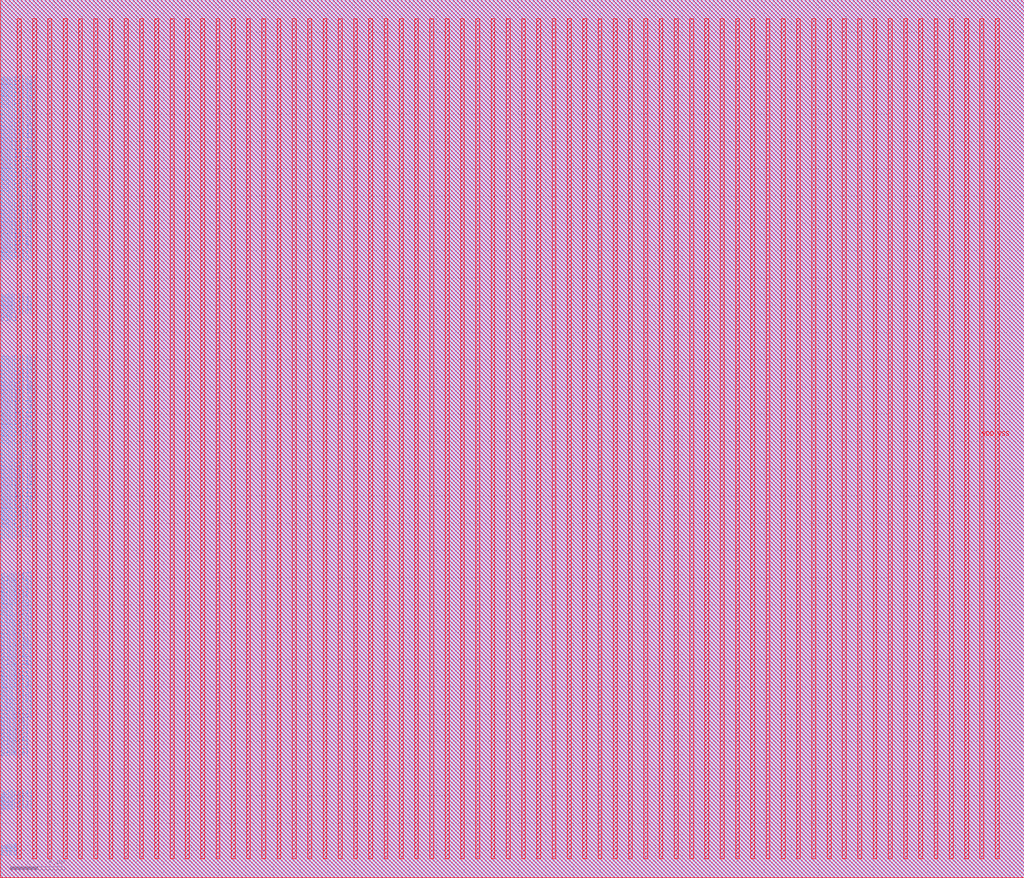
<source format=lef>
VERSION 5.7 ;
BUSBITCHARS "[]" ;
MACRO liteeth_48x32_sram
  FOREIGN liteeth_48x32_sram 0 0 ;
  SYMMETRY X Y R90 ;
  SIZE 75.050 BY 64.400 ;
  CLASS BLOCK ;
  PIN clk0
    DIRECTION INPUT ;
    USE SIGNAL ;
    SHAPE ABUTMENT ;
    PORT
      LAYER metal3 ;
      RECT 0.000 1.365 0.070 1.435 ;
    END
  END clk0
  PIN csb0
    DIRECTION INPUT ;
    USE SIGNAL ;
    SHAPE ABUTMENT ;
    PORT
      LAYER metal3 ;
      RECT 0.000 1.645 0.070 1.715 ;
    END
  END csb0
  PIN web0
    DIRECTION INPUT ;
    USE SIGNAL ;
    SHAPE ABUTMENT ;
    PORT
      LAYER metal3 ;
      RECT 0.000 1.925 0.070 1.995 ;
    END
  END web0
  PIN addr0[0]
    DIRECTION INPUT ;
    USE SIGNAL ;
    SHAPE ABUTMENT ;
    PORT
      LAYER metal3 ;
      RECT 0.000 4.725 0.070 4.795 ;
    END
  END addr0[0]
  PIN addr0[1]
    DIRECTION INPUT ;
    USE SIGNAL ;
    SHAPE ABUTMENT ;
    PORT
      LAYER metal3 ;
      RECT 0.000 5.005 0.070 5.075 ;
    END
  END addr0[1]
  PIN addr0[2]
    DIRECTION INPUT ;
    USE SIGNAL ;
    SHAPE ABUTMENT ;
    PORT
      LAYER metal3 ;
      RECT 0.000 5.285 0.070 5.355 ;
    END
  END addr0[2]
  PIN addr0[3]
    DIRECTION INPUT ;
    USE SIGNAL ;
    SHAPE ABUTMENT ;
    PORT
      LAYER metal3 ;
      RECT 0.000 5.565 0.070 5.635 ;
    END
  END addr0[3]
  PIN addr0[4]
    DIRECTION INPUT ;
    USE SIGNAL ;
    SHAPE ABUTMENT ;
    PORT
      LAYER metal3 ;
      RECT 0.000 5.845 0.070 5.915 ;
    END
  END addr0[4]
  PIN din0[0]
    DIRECTION INPUT ;
    USE SIGNAL ;
    SHAPE ABUTMENT ;
    PORT
      LAYER metal3 ;
      RECT 0.000 8.645 0.070 8.715 ;
    END
  END din0[0]
  PIN din0[1]
    DIRECTION INPUT ;
    USE SIGNAL ;
    SHAPE ABUTMENT ;
    PORT
      LAYER metal3 ;
      RECT 0.000 8.925 0.070 8.995 ;
    END
  END din0[1]
  PIN din0[2]
    DIRECTION INPUT ;
    USE SIGNAL ;
    SHAPE ABUTMENT ;
    PORT
      LAYER metal3 ;
      RECT 0.000 9.205 0.070 9.275 ;
    END
  END din0[2]
  PIN din0[3]
    DIRECTION INPUT ;
    USE SIGNAL ;
    SHAPE ABUTMENT ;
    PORT
      LAYER metal3 ;
      RECT 0.000 9.485 0.070 9.555 ;
    END
  END din0[3]
  PIN din0[4]
    DIRECTION INPUT ;
    USE SIGNAL ;
    SHAPE ABUTMENT ;
    PORT
      LAYER metal3 ;
      RECT 0.000 9.765 0.070 9.835 ;
    END
  END din0[4]
  PIN din0[5]
    DIRECTION INPUT ;
    USE SIGNAL ;
    SHAPE ABUTMENT ;
    PORT
      LAYER metal3 ;
      RECT 0.000 10.045 0.070 10.115 ;
    END
  END din0[5]
  PIN din0[6]
    DIRECTION INPUT ;
    USE SIGNAL ;
    SHAPE ABUTMENT ;
    PORT
      LAYER metal3 ;
      RECT 0.000 10.325 0.070 10.395 ;
    END
  END din0[6]
  PIN din0[7]
    DIRECTION INPUT ;
    USE SIGNAL ;
    SHAPE ABUTMENT ;
    PORT
      LAYER metal3 ;
      RECT 0.000 10.605 0.070 10.675 ;
    END
  END din0[7]
  PIN din0[8]
    DIRECTION INPUT ;
    USE SIGNAL ;
    SHAPE ABUTMENT ;
    PORT
      LAYER metal3 ;
      RECT 0.000 10.885 0.070 10.955 ;
    END
  END din0[8]
  PIN din0[9]
    DIRECTION INPUT ;
    USE SIGNAL ;
    SHAPE ABUTMENT ;
    PORT
      LAYER metal3 ;
      RECT 0.000 11.165 0.070 11.235 ;
    END
  END din0[9]
  PIN din0[10]
    DIRECTION INPUT ;
    USE SIGNAL ;
    SHAPE ABUTMENT ;
    PORT
      LAYER metal3 ;
      RECT 0.000 11.445 0.070 11.515 ;
    END
  END din0[10]
  PIN din0[11]
    DIRECTION INPUT ;
    USE SIGNAL ;
    SHAPE ABUTMENT ;
    PORT
      LAYER metal3 ;
      RECT 0.000 11.725 0.070 11.795 ;
    END
  END din0[11]
  PIN din0[12]
    DIRECTION INPUT ;
    USE SIGNAL ;
    SHAPE ABUTMENT ;
    PORT
      LAYER metal3 ;
      RECT 0.000 12.005 0.070 12.075 ;
    END
  END din0[12]
  PIN din0[13]
    DIRECTION INPUT ;
    USE SIGNAL ;
    SHAPE ABUTMENT ;
    PORT
      LAYER metal3 ;
      RECT 0.000 12.285 0.070 12.355 ;
    END
  END din0[13]
  PIN din0[14]
    DIRECTION INPUT ;
    USE SIGNAL ;
    SHAPE ABUTMENT ;
    PORT
      LAYER metal3 ;
      RECT 0.000 12.565 0.070 12.635 ;
    END
  END din0[14]
  PIN din0[15]
    DIRECTION INPUT ;
    USE SIGNAL ;
    SHAPE ABUTMENT ;
    PORT
      LAYER metal3 ;
      RECT 0.000 12.845 0.070 12.915 ;
    END
  END din0[15]
  PIN din0[16]
    DIRECTION INPUT ;
    USE SIGNAL ;
    SHAPE ABUTMENT ;
    PORT
      LAYER metal3 ;
      RECT 0.000 13.125 0.070 13.195 ;
    END
  END din0[16]
  PIN din0[17]
    DIRECTION INPUT ;
    USE SIGNAL ;
    SHAPE ABUTMENT ;
    PORT
      LAYER metal3 ;
      RECT 0.000 13.405 0.070 13.475 ;
    END
  END din0[17]
  PIN din0[18]
    DIRECTION INPUT ;
    USE SIGNAL ;
    SHAPE ABUTMENT ;
    PORT
      LAYER metal3 ;
      RECT 0.000 13.685 0.070 13.755 ;
    END
  END din0[18]
  PIN din0[19]
    DIRECTION INPUT ;
    USE SIGNAL ;
    SHAPE ABUTMENT ;
    PORT
      LAYER metal3 ;
      RECT 0.000 13.965 0.070 14.035 ;
    END
  END din0[19]
  PIN din0[20]
    DIRECTION INPUT ;
    USE SIGNAL ;
    SHAPE ABUTMENT ;
    PORT
      LAYER metal3 ;
      RECT 0.000 14.245 0.070 14.315 ;
    END
  END din0[20]
  PIN din0[21]
    DIRECTION INPUT ;
    USE SIGNAL ;
    SHAPE ABUTMENT ;
    PORT
      LAYER metal3 ;
      RECT 0.000 14.525 0.070 14.595 ;
    END
  END din0[21]
  PIN din0[22]
    DIRECTION INPUT ;
    USE SIGNAL ;
    SHAPE ABUTMENT ;
    PORT
      LAYER metal3 ;
      RECT 0.000 14.805 0.070 14.875 ;
    END
  END din0[22]
  PIN din0[23]
    DIRECTION INPUT ;
    USE SIGNAL ;
    SHAPE ABUTMENT ;
    PORT
      LAYER metal3 ;
      RECT 0.000 15.085 0.070 15.155 ;
    END
  END din0[23]
  PIN din0[24]
    DIRECTION INPUT ;
    USE SIGNAL ;
    SHAPE ABUTMENT ;
    PORT
      LAYER metal3 ;
      RECT 0.000 15.365 0.070 15.435 ;
    END
  END din0[24]
  PIN din0[25]
    DIRECTION INPUT ;
    USE SIGNAL ;
    SHAPE ABUTMENT ;
    PORT
      LAYER metal3 ;
      RECT 0.000 15.645 0.070 15.715 ;
    END
  END din0[25]
  PIN din0[26]
    DIRECTION INPUT ;
    USE SIGNAL ;
    SHAPE ABUTMENT ;
    PORT
      LAYER metal3 ;
      RECT 0.000 15.925 0.070 15.995 ;
    END
  END din0[26]
  PIN din0[27]
    DIRECTION INPUT ;
    USE SIGNAL ;
    SHAPE ABUTMENT ;
    PORT
      LAYER metal3 ;
      RECT 0.000 16.205 0.070 16.275 ;
    END
  END din0[27]
  PIN din0[28]
    DIRECTION INPUT ;
    USE SIGNAL ;
    SHAPE ABUTMENT ;
    PORT
      LAYER metal3 ;
      RECT 0.000 16.485 0.070 16.555 ;
    END
  END din0[28]
  PIN din0[29]
    DIRECTION INPUT ;
    USE SIGNAL ;
    SHAPE ABUTMENT ;
    PORT
      LAYER metal3 ;
      RECT 0.000 16.765 0.070 16.835 ;
    END
  END din0[29]
  PIN din0[30]
    DIRECTION INPUT ;
    USE SIGNAL ;
    SHAPE ABUTMENT ;
    PORT
      LAYER metal3 ;
      RECT 0.000 17.045 0.070 17.115 ;
    END
  END din0[30]
  PIN din0[31]
    DIRECTION INPUT ;
    USE SIGNAL ;
    SHAPE ABUTMENT ;
    PORT
      LAYER metal3 ;
      RECT 0.000 17.325 0.070 17.395 ;
    END
  END din0[31]
  PIN din0[32]
    DIRECTION INPUT ;
    USE SIGNAL ;
    SHAPE ABUTMENT ;
    PORT
      LAYER metal3 ;
      RECT 0.000 17.605 0.070 17.675 ;
    END
  END din0[32]
  PIN din0[33]
    DIRECTION INPUT ;
    USE SIGNAL ;
    SHAPE ABUTMENT ;
    PORT
      LAYER metal3 ;
      RECT 0.000 17.885 0.070 17.955 ;
    END
  END din0[33]
  PIN din0[34]
    DIRECTION INPUT ;
    USE SIGNAL ;
    SHAPE ABUTMENT ;
    PORT
      LAYER metal3 ;
      RECT 0.000 18.165 0.070 18.235 ;
    END
  END din0[34]
  PIN din0[35]
    DIRECTION INPUT ;
    USE SIGNAL ;
    SHAPE ABUTMENT ;
    PORT
      LAYER metal3 ;
      RECT 0.000 18.445 0.070 18.515 ;
    END
  END din0[35]
  PIN din0[36]
    DIRECTION INPUT ;
    USE SIGNAL ;
    SHAPE ABUTMENT ;
    PORT
      LAYER metal3 ;
      RECT 0.000 18.725 0.070 18.795 ;
    END
  END din0[36]
  PIN din0[37]
    DIRECTION INPUT ;
    USE SIGNAL ;
    SHAPE ABUTMENT ;
    PORT
      LAYER metal3 ;
      RECT 0.000 19.005 0.070 19.075 ;
    END
  END din0[37]
  PIN din0[38]
    DIRECTION INPUT ;
    USE SIGNAL ;
    SHAPE ABUTMENT ;
    PORT
      LAYER metal3 ;
      RECT 0.000 19.285 0.070 19.355 ;
    END
  END din0[38]
  PIN din0[39]
    DIRECTION INPUT ;
    USE SIGNAL ;
    SHAPE ABUTMENT ;
    PORT
      LAYER metal3 ;
      RECT 0.000 19.565 0.070 19.635 ;
    END
  END din0[39]
  PIN din0[40]
    DIRECTION INPUT ;
    USE SIGNAL ;
    SHAPE ABUTMENT ;
    PORT
      LAYER metal3 ;
      RECT 0.000 19.845 0.070 19.915 ;
    END
  END din0[40]
  PIN din0[41]
    DIRECTION INPUT ;
    USE SIGNAL ;
    SHAPE ABUTMENT ;
    PORT
      LAYER metal3 ;
      RECT 0.000 20.125 0.070 20.195 ;
    END
  END din0[41]
  PIN din0[42]
    DIRECTION INPUT ;
    USE SIGNAL ;
    SHAPE ABUTMENT ;
    PORT
      LAYER metal3 ;
      RECT 0.000 20.405 0.070 20.475 ;
    END
  END din0[42]
  PIN din0[43]
    DIRECTION INPUT ;
    USE SIGNAL ;
    SHAPE ABUTMENT ;
    PORT
      LAYER metal3 ;
      RECT 0.000 20.685 0.070 20.755 ;
    END
  END din0[43]
  PIN din0[44]
    DIRECTION INPUT ;
    USE SIGNAL ;
    SHAPE ABUTMENT ;
    PORT
      LAYER metal3 ;
      RECT 0.000 20.965 0.070 21.035 ;
    END
  END din0[44]
  PIN din0[45]
    DIRECTION INPUT ;
    USE SIGNAL ;
    SHAPE ABUTMENT ;
    PORT
      LAYER metal3 ;
      RECT 0.000 21.245 0.070 21.315 ;
    END
  END din0[45]
  PIN din0[46]
    DIRECTION INPUT ;
    USE SIGNAL ;
    SHAPE ABUTMENT ;
    PORT
      LAYER metal3 ;
      RECT 0.000 21.525 0.070 21.595 ;
    END
  END din0[46]
  PIN din0[47]
    DIRECTION INPUT ;
    USE SIGNAL ;
    SHAPE ABUTMENT ;
    PORT
      LAYER metal3 ;
      RECT 0.000 21.805 0.070 21.875 ;
    END
  END din0[47]
  PIN dout0[0]
    DIRECTION OUTPUT ;
    USE SIGNAL ;
    SHAPE ABUTMENT ;
    PORT
      LAYER metal3 ;
      RECT 0.000 24.605 0.070 24.675 ;
    END
  END dout0[0]
  PIN dout0[1]
    DIRECTION OUTPUT ;
    USE SIGNAL ;
    SHAPE ABUTMENT ;
    PORT
      LAYER metal3 ;
      RECT 0.000 24.885 0.070 24.955 ;
    END
  END dout0[1]
  PIN dout0[2]
    DIRECTION OUTPUT ;
    USE SIGNAL ;
    SHAPE ABUTMENT ;
    PORT
      LAYER metal3 ;
      RECT 0.000 25.165 0.070 25.235 ;
    END
  END dout0[2]
  PIN dout0[3]
    DIRECTION OUTPUT ;
    USE SIGNAL ;
    SHAPE ABUTMENT ;
    PORT
      LAYER metal3 ;
      RECT 0.000 25.445 0.070 25.515 ;
    END
  END dout0[3]
  PIN dout0[4]
    DIRECTION OUTPUT ;
    USE SIGNAL ;
    SHAPE ABUTMENT ;
    PORT
      LAYER metal3 ;
      RECT 0.000 25.725 0.070 25.795 ;
    END
  END dout0[4]
  PIN dout0[5]
    DIRECTION OUTPUT ;
    USE SIGNAL ;
    SHAPE ABUTMENT ;
    PORT
      LAYER metal3 ;
      RECT 0.000 26.005 0.070 26.075 ;
    END
  END dout0[5]
  PIN dout0[6]
    DIRECTION OUTPUT ;
    USE SIGNAL ;
    SHAPE ABUTMENT ;
    PORT
      LAYER metal3 ;
      RECT 0.000 26.285 0.070 26.355 ;
    END
  END dout0[6]
  PIN dout0[7]
    DIRECTION OUTPUT ;
    USE SIGNAL ;
    SHAPE ABUTMENT ;
    PORT
      LAYER metal3 ;
      RECT 0.000 26.565 0.070 26.635 ;
    END
  END dout0[7]
  PIN dout0[8]
    DIRECTION OUTPUT ;
    USE SIGNAL ;
    SHAPE ABUTMENT ;
    PORT
      LAYER metal3 ;
      RECT 0.000 26.845 0.070 26.915 ;
    END
  END dout0[8]
  PIN dout0[9]
    DIRECTION OUTPUT ;
    USE SIGNAL ;
    SHAPE ABUTMENT ;
    PORT
      LAYER metal3 ;
      RECT 0.000 27.125 0.070 27.195 ;
    END
  END dout0[9]
  PIN dout0[10]
    DIRECTION OUTPUT ;
    USE SIGNAL ;
    SHAPE ABUTMENT ;
    PORT
      LAYER metal3 ;
      RECT 0.000 27.405 0.070 27.475 ;
    END
  END dout0[10]
  PIN dout0[11]
    DIRECTION OUTPUT ;
    USE SIGNAL ;
    SHAPE ABUTMENT ;
    PORT
      LAYER metal3 ;
      RECT 0.000 27.685 0.070 27.755 ;
    END
  END dout0[11]
  PIN dout0[12]
    DIRECTION OUTPUT ;
    USE SIGNAL ;
    SHAPE ABUTMENT ;
    PORT
      LAYER metal3 ;
      RECT 0.000 27.965 0.070 28.035 ;
    END
  END dout0[12]
  PIN dout0[13]
    DIRECTION OUTPUT ;
    USE SIGNAL ;
    SHAPE ABUTMENT ;
    PORT
      LAYER metal3 ;
      RECT 0.000 28.245 0.070 28.315 ;
    END
  END dout0[13]
  PIN dout0[14]
    DIRECTION OUTPUT ;
    USE SIGNAL ;
    SHAPE ABUTMENT ;
    PORT
      LAYER metal3 ;
      RECT 0.000 28.525 0.070 28.595 ;
    END
  END dout0[14]
  PIN dout0[15]
    DIRECTION OUTPUT ;
    USE SIGNAL ;
    SHAPE ABUTMENT ;
    PORT
      LAYER metal3 ;
      RECT 0.000 28.805 0.070 28.875 ;
    END
  END dout0[15]
  PIN dout0[16]
    DIRECTION OUTPUT ;
    USE SIGNAL ;
    SHAPE ABUTMENT ;
    PORT
      LAYER metal3 ;
      RECT 0.000 29.085 0.070 29.155 ;
    END
  END dout0[16]
  PIN dout0[17]
    DIRECTION OUTPUT ;
    USE SIGNAL ;
    SHAPE ABUTMENT ;
    PORT
      LAYER metal3 ;
      RECT 0.000 29.365 0.070 29.435 ;
    END
  END dout0[17]
  PIN dout0[18]
    DIRECTION OUTPUT ;
    USE SIGNAL ;
    SHAPE ABUTMENT ;
    PORT
      LAYER metal3 ;
      RECT 0.000 29.645 0.070 29.715 ;
    END
  END dout0[18]
  PIN dout0[19]
    DIRECTION OUTPUT ;
    USE SIGNAL ;
    SHAPE ABUTMENT ;
    PORT
      LAYER metal3 ;
      RECT 0.000 29.925 0.070 29.995 ;
    END
  END dout0[19]
  PIN dout0[20]
    DIRECTION OUTPUT ;
    USE SIGNAL ;
    SHAPE ABUTMENT ;
    PORT
      LAYER metal3 ;
      RECT 0.000 30.205 0.070 30.275 ;
    END
  END dout0[20]
  PIN dout0[21]
    DIRECTION OUTPUT ;
    USE SIGNAL ;
    SHAPE ABUTMENT ;
    PORT
      LAYER metal3 ;
      RECT 0.000 30.485 0.070 30.555 ;
    END
  END dout0[21]
  PIN dout0[22]
    DIRECTION OUTPUT ;
    USE SIGNAL ;
    SHAPE ABUTMENT ;
    PORT
      LAYER metal3 ;
      RECT 0.000 30.765 0.070 30.835 ;
    END
  END dout0[22]
  PIN dout0[23]
    DIRECTION OUTPUT ;
    USE SIGNAL ;
    SHAPE ABUTMENT ;
    PORT
      LAYER metal3 ;
      RECT 0.000 31.045 0.070 31.115 ;
    END
  END dout0[23]
  PIN dout0[24]
    DIRECTION OUTPUT ;
    USE SIGNAL ;
    SHAPE ABUTMENT ;
    PORT
      LAYER metal3 ;
      RECT 0.000 31.325 0.070 31.395 ;
    END
  END dout0[24]
  PIN dout0[25]
    DIRECTION OUTPUT ;
    USE SIGNAL ;
    SHAPE ABUTMENT ;
    PORT
      LAYER metal3 ;
      RECT 0.000 31.605 0.070 31.675 ;
    END
  END dout0[25]
  PIN dout0[26]
    DIRECTION OUTPUT ;
    USE SIGNAL ;
    SHAPE ABUTMENT ;
    PORT
      LAYER metal3 ;
      RECT 0.000 31.885 0.070 31.955 ;
    END
  END dout0[26]
  PIN dout0[27]
    DIRECTION OUTPUT ;
    USE SIGNAL ;
    SHAPE ABUTMENT ;
    PORT
      LAYER metal3 ;
      RECT 0.000 32.165 0.070 32.235 ;
    END
  END dout0[27]
  PIN dout0[28]
    DIRECTION OUTPUT ;
    USE SIGNAL ;
    SHAPE ABUTMENT ;
    PORT
      LAYER metal3 ;
      RECT 0.000 32.445 0.070 32.515 ;
    END
  END dout0[28]
  PIN dout0[29]
    DIRECTION OUTPUT ;
    USE SIGNAL ;
    SHAPE ABUTMENT ;
    PORT
      LAYER metal3 ;
      RECT 0.000 32.725 0.070 32.795 ;
    END
  END dout0[29]
  PIN dout0[30]
    DIRECTION OUTPUT ;
    USE SIGNAL ;
    SHAPE ABUTMENT ;
    PORT
      LAYER metal3 ;
      RECT 0.000 33.005 0.070 33.075 ;
    END
  END dout0[30]
  PIN dout0[31]
    DIRECTION OUTPUT ;
    USE SIGNAL ;
    SHAPE ABUTMENT ;
    PORT
      LAYER metal3 ;
      RECT 0.000 33.285 0.070 33.355 ;
    END
  END dout0[31]
  PIN dout0[32]
    DIRECTION OUTPUT ;
    USE SIGNAL ;
    SHAPE ABUTMENT ;
    PORT
      LAYER metal3 ;
      RECT 0.000 33.565 0.070 33.635 ;
    END
  END dout0[32]
  PIN dout0[33]
    DIRECTION OUTPUT ;
    USE SIGNAL ;
    SHAPE ABUTMENT ;
    PORT
      LAYER metal3 ;
      RECT 0.000 33.845 0.070 33.915 ;
    END
  END dout0[33]
  PIN dout0[34]
    DIRECTION OUTPUT ;
    USE SIGNAL ;
    SHAPE ABUTMENT ;
    PORT
      LAYER metal3 ;
      RECT 0.000 34.125 0.070 34.195 ;
    END
  END dout0[34]
  PIN dout0[35]
    DIRECTION OUTPUT ;
    USE SIGNAL ;
    SHAPE ABUTMENT ;
    PORT
      LAYER metal3 ;
      RECT 0.000 34.405 0.070 34.475 ;
    END
  END dout0[35]
  PIN dout0[36]
    DIRECTION OUTPUT ;
    USE SIGNAL ;
    SHAPE ABUTMENT ;
    PORT
      LAYER metal3 ;
      RECT 0.000 34.685 0.070 34.755 ;
    END
  END dout0[36]
  PIN dout0[37]
    DIRECTION OUTPUT ;
    USE SIGNAL ;
    SHAPE ABUTMENT ;
    PORT
      LAYER metal3 ;
      RECT 0.000 34.965 0.070 35.035 ;
    END
  END dout0[37]
  PIN dout0[38]
    DIRECTION OUTPUT ;
    USE SIGNAL ;
    SHAPE ABUTMENT ;
    PORT
      LAYER metal3 ;
      RECT 0.000 35.245 0.070 35.315 ;
    END
  END dout0[38]
  PIN dout0[39]
    DIRECTION OUTPUT ;
    USE SIGNAL ;
    SHAPE ABUTMENT ;
    PORT
      LAYER metal3 ;
      RECT 0.000 35.525 0.070 35.595 ;
    END
  END dout0[39]
  PIN dout0[40]
    DIRECTION OUTPUT ;
    USE SIGNAL ;
    SHAPE ABUTMENT ;
    PORT
      LAYER metal3 ;
      RECT 0.000 35.805 0.070 35.875 ;
    END
  END dout0[40]
  PIN dout0[41]
    DIRECTION OUTPUT ;
    USE SIGNAL ;
    SHAPE ABUTMENT ;
    PORT
      LAYER metal3 ;
      RECT 0.000 36.085 0.070 36.155 ;
    END
  END dout0[41]
  PIN dout0[42]
    DIRECTION OUTPUT ;
    USE SIGNAL ;
    SHAPE ABUTMENT ;
    PORT
      LAYER metal3 ;
      RECT 0.000 36.365 0.070 36.435 ;
    END
  END dout0[42]
  PIN dout0[43]
    DIRECTION OUTPUT ;
    USE SIGNAL ;
    SHAPE ABUTMENT ;
    PORT
      LAYER metal3 ;
      RECT 0.000 36.645 0.070 36.715 ;
    END
  END dout0[43]
  PIN dout0[44]
    DIRECTION OUTPUT ;
    USE SIGNAL ;
    SHAPE ABUTMENT ;
    PORT
      LAYER metal3 ;
      RECT 0.000 36.925 0.070 36.995 ;
    END
  END dout0[44]
  PIN dout0[45]
    DIRECTION OUTPUT ;
    USE SIGNAL ;
    SHAPE ABUTMENT ;
    PORT
      LAYER metal3 ;
      RECT 0.000 37.205 0.070 37.275 ;
    END
  END dout0[45]
  PIN dout0[46]
    DIRECTION OUTPUT ;
    USE SIGNAL ;
    SHAPE ABUTMENT ;
    PORT
      LAYER metal3 ;
      RECT 0.000 37.485 0.070 37.555 ;
    END
  END dout0[46]
  PIN dout0[47]
    DIRECTION OUTPUT ;
    USE SIGNAL ;
    SHAPE ABUTMENT ;
    PORT
      LAYER metal3 ;
      RECT 0.000 37.765 0.070 37.835 ;
    END
  END dout0[47]
  PIN clk1
    DIRECTION INPUT ;
    USE SIGNAL ;
    SHAPE ABUTMENT ;
    PORT
      LAYER metal3 ;
      RECT 0.000 40.565 0.070 40.635 ;
    END
  END clk1
  PIN csb1
    DIRECTION INPUT ;
    USE SIGNAL ;
    SHAPE ABUTMENT ;
    PORT
      LAYER metal3 ;
      RECT 0.000 40.845 0.070 40.915 ;
    END
  END csb1
  PIN addr1[0]
    DIRECTION INPUT ;
    USE SIGNAL ;
    SHAPE ABUTMENT ;
    PORT
      LAYER metal3 ;
      RECT 0.000 41.125 0.070 41.195 ;
    END
  END addr1[0]
  PIN addr1[1]
    DIRECTION INPUT ;
    USE SIGNAL ;
    SHAPE ABUTMENT ;
    PORT
      LAYER metal3 ;
      RECT 0.000 41.405 0.070 41.475 ;
    END
  END addr1[1]
  PIN addr1[2]
    DIRECTION INPUT ;
    USE SIGNAL ;
    SHAPE ABUTMENT ;
    PORT
      LAYER metal3 ;
      RECT 0.000 41.685 0.070 41.755 ;
    END
  END addr1[2]
  PIN addr1[3]
    DIRECTION INPUT ;
    USE SIGNAL ;
    SHAPE ABUTMENT ;
    PORT
      LAYER metal3 ;
      RECT 0.000 41.965 0.070 42.035 ;
    END
  END addr1[3]
  PIN addr1[4]
    DIRECTION INPUT ;
    USE SIGNAL ;
    SHAPE ABUTMENT ;
    PORT
      LAYER metal3 ;
      RECT 0.000 42.245 0.070 42.315 ;
    END
  END addr1[4]
  PIN dout1[0]
    DIRECTION OUTPUT ;
    USE SIGNAL ;
    SHAPE ABUTMENT ;
    PORT
      LAYER metal3 ;
      RECT 0.000 45.045 0.070 45.115 ;
    END
  END dout1[0]
  PIN dout1[1]
    DIRECTION OUTPUT ;
    USE SIGNAL ;
    SHAPE ABUTMENT ;
    PORT
      LAYER metal3 ;
      RECT 0.000 45.325 0.070 45.395 ;
    END
  END dout1[1]
  PIN dout1[2]
    DIRECTION OUTPUT ;
    USE SIGNAL ;
    SHAPE ABUTMENT ;
    PORT
      LAYER metal3 ;
      RECT 0.000 45.605 0.070 45.675 ;
    END
  END dout1[2]
  PIN dout1[3]
    DIRECTION OUTPUT ;
    USE SIGNAL ;
    SHAPE ABUTMENT ;
    PORT
      LAYER metal3 ;
      RECT 0.000 45.885 0.070 45.955 ;
    END
  END dout1[3]
  PIN dout1[4]
    DIRECTION OUTPUT ;
    USE SIGNAL ;
    SHAPE ABUTMENT ;
    PORT
      LAYER metal3 ;
      RECT 0.000 46.165 0.070 46.235 ;
    END
  END dout1[4]
  PIN dout1[5]
    DIRECTION OUTPUT ;
    USE SIGNAL ;
    SHAPE ABUTMENT ;
    PORT
      LAYER metal3 ;
      RECT 0.000 46.445 0.070 46.515 ;
    END
  END dout1[5]
  PIN dout1[6]
    DIRECTION OUTPUT ;
    USE SIGNAL ;
    SHAPE ABUTMENT ;
    PORT
      LAYER metal3 ;
      RECT 0.000 46.725 0.070 46.795 ;
    END
  END dout1[6]
  PIN dout1[7]
    DIRECTION OUTPUT ;
    USE SIGNAL ;
    SHAPE ABUTMENT ;
    PORT
      LAYER metal3 ;
      RECT 0.000 47.005 0.070 47.075 ;
    END
  END dout1[7]
  PIN dout1[8]
    DIRECTION OUTPUT ;
    USE SIGNAL ;
    SHAPE ABUTMENT ;
    PORT
      LAYER metal3 ;
      RECT 0.000 47.285 0.070 47.355 ;
    END
  END dout1[8]
  PIN dout1[9]
    DIRECTION OUTPUT ;
    USE SIGNAL ;
    SHAPE ABUTMENT ;
    PORT
      LAYER metal3 ;
      RECT 0.000 47.565 0.070 47.635 ;
    END
  END dout1[9]
  PIN dout1[10]
    DIRECTION OUTPUT ;
    USE SIGNAL ;
    SHAPE ABUTMENT ;
    PORT
      LAYER metal3 ;
      RECT 0.000 47.845 0.070 47.915 ;
    END
  END dout1[10]
  PIN dout1[11]
    DIRECTION OUTPUT ;
    USE SIGNAL ;
    SHAPE ABUTMENT ;
    PORT
      LAYER metal3 ;
      RECT 0.000 48.125 0.070 48.195 ;
    END
  END dout1[11]
  PIN dout1[12]
    DIRECTION OUTPUT ;
    USE SIGNAL ;
    SHAPE ABUTMENT ;
    PORT
      LAYER metal3 ;
      RECT 0.000 48.405 0.070 48.475 ;
    END
  END dout1[12]
  PIN dout1[13]
    DIRECTION OUTPUT ;
    USE SIGNAL ;
    SHAPE ABUTMENT ;
    PORT
      LAYER metal3 ;
      RECT 0.000 48.685 0.070 48.755 ;
    END
  END dout1[13]
  PIN dout1[14]
    DIRECTION OUTPUT ;
    USE SIGNAL ;
    SHAPE ABUTMENT ;
    PORT
      LAYER metal3 ;
      RECT 0.000 48.965 0.070 49.035 ;
    END
  END dout1[14]
  PIN dout1[15]
    DIRECTION OUTPUT ;
    USE SIGNAL ;
    SHAPE ABUTMENT ;
    PORT
      LAYER metal3 ;
      RECT 0.000 49.245 0.070 49.315 ;
    END
  END dout1[15]
  PIN dout1[16]
    DIRECTION OUTPUT ;
    USE SIGNAL ;
    SHAPE ABUTMENT ;
    PORT
      LAYER metal3 ;
      RECT 0.000 49.525 0.070 49.595 ;
    END
  END dout1[16]
  PIN dout1[17]
    DIRECTION OUTPUT ;
    USE SIGNAL ;
    SHAPE ABUTMENT ;
    PORT
      LAYER metal3 ;
      RECT 0.000 49.805 0.070 49.875 ;
    END
  END dout1[17]
  PIN dout1[18]
    DIRECTION OUTPUT ;
    USE SIGNAL ;
    SHAPE ABUTMENT ;
    PORT
      LAYER metal3 ;
      RECT 0.000 50.085 0.070 50.155 ;
    END
  END dout1[18]
  PIN dout1[19]
    DIRECTION OUTPUT ;
    USE SIGNAL ;
    SHAPE ABUTMENT ;
    PORT
      LAYER metal3 ;
      RECT 0.000 50.365 0.070 50.435 ;
    END
  END dout1[19]
  PIN dout1[20]
    DIRECTION OUTPUT ;
    USE SIGNAL ;
    SHAPE ABUTMENT ;
    PORT
      LAYER metal3 ;
      RECT 0.000 50.645 0.070 50.715 ;
    END
  END dout1[20]
  PIN dout1[21]
    DIRECTION OUTPUT ;
    USE SIGNAL ;
    SHAPE ABUTMENT ;
    PORT
      LAYER metal3 ;
      RECT 0.000 50.925 0.070 50.995 ;
    END
  END dout1[21]
  PIN dout1[22]
    DIRECTION OUTPUT ;
    USE SIGNAL ;
    SHAPE ABUTMENT ;
    PORT
      LAYER metal3 ;
      RECT 0.000 51.205 0.070 51.275 ;
    END
  END dout1[22]
  PIN dout1[23]
    DIRECTION OUTPUT ;
    USE SIGNAL ;
    SHAPE ABUTMENT ;
    PORT
      LAYER metal3 ;
      RECT 0.000 51.485 0.070 51.555 ;
    END
  END dout1[23]
  PIN dout1[24]
    DIRECTION OUTPUT ;
    USE SIGNAL ;
    SHAPE ABUTMENT ;
    PORT
      LAYER metal3 ;
      RECT 0.000 51.765 0.070 51.835 ;
    END
  END dout1[24]
  PIN dout1[25]
    DIRECTION OUTPUT ;
    USE SIGNAL ;
    SHAPE ABUTMENT ;
    PORT
      LAYER metal3 ;
      RECT 0.000 52.045 0.070 52.115 ;
    END
  END dout1[25]
  PIN dout1[26]
    DIRECTION OUTPUT ;
    USE SIGNAL ;
    SHAPE ABUTMENT ;
    PORT
      LAYER metal3 ;
      RECT 0.000 52.325 0.070 52.395 ;
    END
  END dout1[26]
  PIN dout1[27]
    DIRECTION OUTPUT ;
    USE SIGNAL ;
    SHAPE ABUTMENT ;
    PORT
      LAYER metal3 ;
      RECT 0.000 52.605 0.070 52.675 ;
    END
  END dout1[27]
  PIN dout1[28]
    DIRECTION OUTPUT ;
    USE SIGNAL ;
    SHAPE ABUTMENT ;
    PORT
      LAYER metal3 ;
      RECT 0.000 52.885 0.070 52.955 ;
    END
  END dout1[28]
  PIN dout1[29]
    DIRECTION OUTPUT ;
    USE SIGNAL ;
    SHAPE ABUTMENT ;
    PORT
      LAYER metal3 ;
      RECT 0.000 53.165 0.070 53.235 ;
    END
  END dout1[29]
  PIN dout1[30]
    DIRECTION OUTPUT ;
    USE SIGNAL ;
    SHAPE ABUTMENT ;
    PORT
      LAYER metal3 ;
      RECT 0.000 53.445 0.070 53.515 ;
    END
  END dout1[30]
  PIN dout1[31]
    DIRECTION OUTPUT ;
    USE SIGNAL ;
    SHAPE ABUTMENT ;
    PORT
      LAYER metal3 ;
      RECT 0.000 53.725 0.070 53.795 ;
    END
  END dout1[31]
  PIN dout1[32]
    DIRECTION OUTPUT ;
    USE SIGNAL ;
    SHAPE ABUTMENT ;
    PORT
      LAYER metal3 ;
      RECT 0.000 54.005 0.070 54.075 ;
    END
  END dout1[32]
  PIN dout1[33]
    DIRECTION OUTPUT ;
    USE SIGNAL ;
    SHAPE ABUTMENT ;
    PORT
      LAYER metal3 ;
      RECT 0.000 54.285 0.070 54.355 ;
    END
  END dout1[33]
  PIN dout1[34]
    DIRECTION OUTPUT ;
    USE SIGNAL ;
    SHAPE ABUTMENT ;
    PORT
      LAYER metal3 ;
      RECT 0.000 54.565 0.070 54.635 ;
    END
  END dout1[34]
  PIN dout1[35]
    DIRECTION OUTPUT ;
    USE SIGNAL ;
    SHAPE ABUTMENT ;
    PORT
      LAYER metal3 ;
      RECT 0.000 54.845 0.070 54.915 ;
    END
  END dout1[35]
  PIN dout1[36]
    DIRECTION OUTPUT ;
    USE SIGNAL ;
    SHAPE ABUTMENT ;
    PORT
      LAYER metal3 ;
      RECT 0.000 55.125 0.070 55.195 ;
    END
  END dout1[36]
  PIN dout1[37]
    DIRECTION OUTPUT ;
    USE SIGNAL ;
    SHAPE ABUTMENT ;
    PORT
      LAYER metal3 ;
      RECT 0.000 55.405 0.070 55.475 ;
    END
  END dout1[37]
  PIN dout1[38]
    DIRECTION OUTPUT ;
    USE SIGNAL ;
    SHAPE ABUTMENT ;
    PORT
      LAYER metal3 ;
      RECT 0.000 55.685 0.070 55.755 ;
    END
  END dout1[38]
  PIN dout1[39]
    DIRECTION OUTPUT ;
    USE SIGNAL ;
    SHAPE ABUTMENT ;
    PORT
      LAYER metal3 ;
      RECT 0.000 55.965 0.070 56.035 ;
    END
  END dout1[39]
  PIN dout1[40]
    DIRECTION OUTPUT ;
    USE SIGNAL ;
    SHAPE ABUTMENT ;
    PORT
      LAYER metal3 ;
      RECT 0.000 56.245 0.070 56.315 ;
    END
  END dout1[40]
  PIN dout1[41]
    DIRECTION OUTPUT ;
    USE SIGNAL ;
    SHAPE ABUTMENT ;
    PORT
      LAYER metal3 ;
      RECT 0.000 56.525 0.070 56.595 ;
    END
  END dout1[41]
  PIN dout1[42]
    DIRECTION OUTPUT ;
    USE SIGNAL ;
    SHAPE ABUTMENT ;
    PORT
      LAYER metal3 ;
      RECT 0.000 56.805 0.070 56.875 ;
    END
  END dout1[42]
  PIN dout1[43]
    DIRECTION OUTPUT ;
    USE SIGNAL ;
    SHAPE ABUTMENT ;
    PORT
      LAYER metal3 ;
      RECT 0.000 57.085 0.070 57.155 ;
    END
  END dout1[43]
  PIN dout1[44]
    DIRECTION OUTPUT ;
    USE SIGNAL ;
    SHAPE ABUTMENT ;
    PORT
      LAYER metal3 ;
      RECT 0.000 57.365 0.070 57.435 ;
    END
  END dout1[44]
  PIN dout1[45]
    DIRECTION OUTPUT ;
    USE SIGNAL ;
    SHAPE ABUTMENT ;
    PORT
      LAYER metal3 ;
      RECT 0.000 57.645 0.070 57.715 ;
    END
  END dout1[45]
  PIN dout1[46]
    DIRECTION OUTPUT ;
    USE SIGNAL ;
    SHAPE ABUTMENT ;
    PORT
      LAYER metal3 ;
      RECT 0.000 57.925 0.070 57.995 ;
    END
  END dout1[46]
  PIN dout1[47]
    DIRECTION OUTPUT ;
    USE SIGNAL ;
    SHAPE ABUTMENT ;
    PORT
      LAYER metal3 ;
      RECT 0.000 58.205 0.070 58.275 ;
    END
  END dout1[47]
  PIN VSS
    DIRECTION INOUT ;
    USE GROUND ;
    PORT
      LAYER metal4 ;
      RECT 1.260 1.400 1.540 63.000 ;
      RECT 3.500 1.400 3.780 63.000 ;
      RECT 5.740 1.400 6.020 63.000 ;
      RECT 7.980 1.400 8.260 63.000 ;
      RECT 10.220 1.400 10.500 63.000 ;
      RECT 12.460 1.400 12.740 63.000 ;
      RECT 14.700 1.400 14.980 63.000 ;
      RECT 16.940 1.400 17.220 63.000 ;
      RECT 19.180 1.400 19.460 63.000 ;
      RECT 21.420 1.400 21.700 63.000 ;
      RECT 23.660 1.400 23.940 63.000 ;
      RECT 25.900 1.400 26.180 63.000 ;
      RECT 28.140 1.400 28.420 63.000 ;
      RECT 30.380 1.400 30.660 63.000 ;
      RECT 32.620 1.400 32.900 63.000 ;
      RECT 34.860 1.400 35.140 63.000 ;
      RECT 37.100 1.400 37.380 63.000 ;
      RECT 39.340 1.400 39.620 63.000 ;
      RECT 41.580 1.400 41.860 63.000 ;
      RECT 43.820 1.400 44.100 63.000 ;
      RECT 46.060 1.400 46.340 63.000 ;
      RECT 48.300 1.400 48.580 63.000 ;
      RECT 50.540 1.400 50.820 63.000 ;
      RECT 52.780 1.400 53.060 63.000 ;
      RECT 55.020 1.400 55.300 63.000 ;
      RECT 57.260 1.400 57.540 63.000 ;
      RECT 59.500 1.400 59.780 63.000 ;
      RECT 61.740 1.400 62.020 63.000 ;
      RECT 63.980 1.400 64.260 63.000 ;
      RECT 66.220 1.400 66.500 63.000 ;
      RECT 68.460 1.400 68.740 63.000 ;
      RECT 70.700 1.400 70.980 63.000 ;
      RECT 72.940 1.400 73.220 63.000 ;
    END
  END VSS
  PIN VDD
    DIRECTION INOUT ;
    USE POWER ;
    PORT
      LAYER metal4 ;
      RECT 2.380 1.400 2.660 63.000 ;
      RECT 4.620 1.400 4.900 63.000 ;
      RECT 6.860 1.400 7.140 63.000 ;
      RECT 9.100 1.400 9.380 63.000 ;
      RECT 11.340 1.400 11.620 63.000 ;
      RECT 13.580 1.400 13.860 63.000 ;
      RECT 15.820 1.400 16.100 63.000 ;
      RECT 18.060 1.400 18.340 63.000 ;
      RECT 20.300 1.400 20.580 63.000 ;
      RECT 22.540 1.400 22.820 63.000 ;
      RECT 24.780 1.400 25.060 63.000 ;
      RECT 27.020 1.400 27.300 63.000 ;
      RECT 29.260 1.400 29.540 63.000 ;
      RECT 31.500 1.400 31.780 63.000 ;
      RECT 33.740 1.400 34.020 63.000 ;
      RECT 35.980 1.400 36.260 63.000 ;
      RECT 38.220 1.400 38.500 63.000 ;
      RECT 40.460 1.400 40.740 63.000 ;
      RECT 42.700 1.400 42.980 63.000 ;
      RECT 44.940 1.400 45.220 63.000 ;
      RECT 47.180 1.400 47.460 63.000 ;
      RECT 49.420 1.400 49.700 63.000 ;
      RECT 51.660 1.400 51.940 63.000 ;
      RECT 53.900 1.400 54.180 63.000 ;
      RECT 56.140 1.400 56.420 63.000 ;
      RECT 58.380 1.400 58.660 63.000 ;
      RECT 60.620 1.400 60.900 63.000 ;
      RECT 62.860 1.400 63.140 63.000 ;
      RECT 65.100 1.400 65.380 63.000 ;
      RECT 67.340 1.400 67.620 63.000 ;
      RECT 69.580 1.400 69.860 63.000 ;
      RECT 71.820 1.400 72.100 63.000 ;
    END
  END VDD
  OBS
    LAYER metal1 ;
    RECT 0 0 75.050 64.400 ;
    LAYER metal2 ;
    RECT 0 0 75.050 64.400 ;
    LAYER metal3 ;
    RECT 0.070 0 75.050 64.400 ;
    LAYER metal4 ;
    RECT 0 0 75.050 64.400 ;
    LAYER OVERLAP ;
    RECT 0 0 75.050 64.400 ;
  END
END liteeth_48x32_sram

END LIBRARY

</source>
